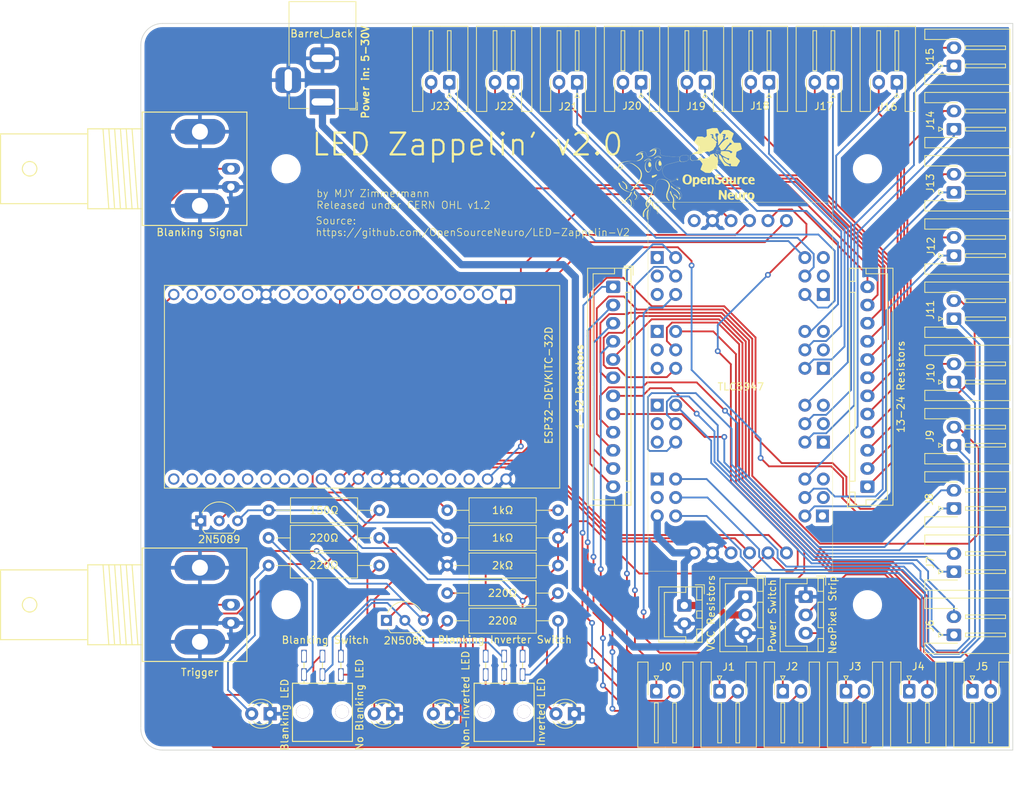
<source format=kicad_pcb>
(kicad_pcb (version 20211014) (generator pcbnew)
  (layers (0 "F.Cu" signal) (31 "B.Cu" signal) (34 "B.Paste" user) (35 "F.Paste" user) (36 "B.SilkS" user "B.Silkscreen") (37 "F.SilkS" user "F.Silkscreen") (38 "B.Mask" user) (39 "F.Mask" user) (44 "Edge.Cuts" user))
  (net 0 "")
  (net 1 "GNDREF")
  (net 2 "Net-(D1-Pad2)")
  (net 3 "Net-(D2-Pad2)")
  (net 4 "Net-(D3-Pad2)")
  (net 5 "Net-(D4-Pad2)")
  (net 6 "TLC 00")
  (net 7 "TLC 01")
  (net 8 "TLC 02")
  (net 9 "TLC 03")
  (net 10 "Net-(J27-Pad4)")
  (net 11 "TLC 04")
  (net 12 "Net-(J27-Pad5)")
  (net 13 "TLC 05")
  (net 14 "Net-(J27-Pad6)")
  (net 15 "TLC 06")
  (net 16 "Net-(J27-Pad7)")
  (net 17 "TLC 07")
  (net 18 "Net-(J27-Pad8)")
  (net 19 "TLC 08")
  (net 20 "Net-(J27-Pad9)")
  (net 21 "TLC 09")
  (net 22 "Net-(J27-Pad10)")
  (net 23 "TLC 10")
  (net 24 "TLC 11")
  (net 25 "TLC 12")
  (net 26 "TLC 13")
  (net 27 "TLC 14")
  (net 28 "TLC 15")
  (net 29 "TLC 16")
  (net 30 "TLC 17")
  (net 31 "TLC 18")
  (net 32 "Net-(J18-Pad2)")
  (net 33 "TLC 19")
  (net 34 "TLC 20")
  (net 35 "TLC 21")
  (net 36 "TLC 22")
  (net 37 "TLC 23")
  (net 38 "Trigger")
  (net 39 "NeoPixel")
  (net 40 "3.3V")
  (net 41 "VCC")
  (net 42 "Net-(J30-Pad1)")
  (net 43 "Net-(J0-Pad2)")
  (net 44 "OE")
  (net 45 "Net-(J1-Pad2)")
  (net 46 "Net-(J2-Pad2)")
  (net 47 "5V")
  (net 48 "Net-(J10-Pad2)")
  (net 49 "Net-(J11-Pad2)")
  (net 50 "Net-(J12-Pad2)")
  (net 51 "Net-(J13-Pad2)")
  (net 66 "MOSI")
  (net 71 "MISO")
  (net 72 "CLK")
  (net 73 "Latch")
  (net 82 "Net-(J14-Pad2)")
  (net 83 "Net-(J15-Pad2)")
  (net 84 "Net-(J16-Pad2)")
  (net 85 "Net-(J17-Pad2)")
  (net 86 "Net-(J19-Pad2)")
  (net 87 "Net-(J20-Pad2)")
  (net 88 "Net-(J21-Pad2)")
  (net 89 "Net-(J22-Pad2)")
  (net 90 "Net-(J23-Pad2)")
  (net 91 "Net-(Q1-Pad2)")
  (net 92 "Net-(R4-Pad2)")
  (net 93 "Net-(R5-Pad2)")
  (net 94 "Net-(R6-Pad2)")
  (net 95 "Net-(R7-Pad1)")
  (net 96 "Net-(SW1-Pad2)")
  (net 97 "Net-(Q2-Pad1)")
  (net 98 "Net-(Q2-Pad2)")
  (net 99 "Net-(SW1-Pad6)")
  (net 100 "Net-(SW1-Pad4)")
  (footprint "Maxime:maxi_DPDT_Angled" (layer "F.Cu") (at 109.2 141.55)
    (fp_text reference "SW2" hide)
    (fp_text value "Blanking Inverter Switch")
  )
  (footprint "Resistor_THT:R_Axial_DIN0309_L9.0mm_D3.2mm_P15.24mm_Horizontal" (layer "F.Cu") (at 92.02 113.55 180)
    (fp_text reference "R2")
    (fp_text value "220Ω")
  )
  (footprint "Connector_JST:JST_XH_S2B-XH-A-1_1x02_P2.50mm_Horizontal" (layer "F.Cu") (at 101.65 50.85 180)
    (fp_text reference "J23")
    (fp_text value "24")
  )
  (footprint "Connector_JST:JST_XH_B2B-XH-A_1x02_P2.50mm_Vertical" (layer "F.Cu") (at 134 122.85 -90)
    (fp_text reference "J29")
    (fp_text value "VCC Resistors")
  )
  (footprint "Package_TO_SOT_THT:TO-92L_Inline_Wide" (layer "F.Cu") (at 67.45 111.2)
    (fp_text reference "Q1")
    (fp_text value "2N5089")
  )
  (footprint "Resistor_THT:R_Axial_DIN0309_L9.0mm_D3.2mm_P15.24mm_Horizontal" (layer "F.Cu") (at 76.78 117.35)
    (fp_text reference "R1")
    (fp_text value "220Ω")
  )
  (footprint "MountingHole:MountingHole_3mm" (layer "F.Cu") (at 159.2 122.75)
    (fp_text reference "H4")
    (fp_text value "MountingHole")
  )
  (footprint "Maxime:BNC_Socket_TYCO-AMP_LargePads" (layer "F.Cu") (at 66.6 122.75 90)
    (fp_text reference "J24")
    (fp_text value "Trigger")
  )
  (footprint "Maxime:BNC_Socket_TYCO-AMP_LargePads" (layer "F.Cu") (at 66.6 62.75 90)
    (fp_text reference "J25")
    (fp_text value "Blanking Signal")
  )
  (footprint "Package_TO_SOT_THT:TO-92L_Inline_Wide" (layer "F.Cu") (at 93 124.9)
    (fp_text reference "Q2")
    (fp_text value "2N5089")
  )
  (footprint "Connector_JST:JST_XH_S2B-XH-A-1_1x02_P2.50mm_Horizontal" (layer "F.Cu") (at 154.45 50.85 180)
    (fp_text reference "J17")
    (fp_text value "18")
  )
  (footprint "Connector_JST:JST_XH_S2B-XH-A-1_1x02_P2.50mm_Horizontal" (layer "F.Cu") (at 156.25 134.65)
    (fp_text reference "J3")
    (fp_text value "04")
  )
  (footprint "Connector_JST:JST_XH_B3B-XH-A_1x03_P2.50mm_Vertical" (layer "F.Cu") (at 142.4 121.65 -90)
    (fp_text reference "SW3")
    (fp_text value "Power Switch")
  )
  (footprint "Connector_JST:JST_XH_S2B-XH-A-1_1x02_P2.50mm_Horizontal" (layer "F.Cu") (at 110.45 50.85 180)
    (fp_text reference "J22")
    (fp_text value "23")
  )
  (footprint "Connector_BarrelJack:BarrelJack_Horizontal" (layer "F.Cu") (at 84.2 53.55 -90)
    (fp_text reference "J30")
    (fp_text value "Barrel_Jack")
  )
  (footprint "Connector_JST:JST_XH_S2B-XH-A-1_1x02_P2.50mm_Horizontal" (layer "F.Cu") (at 171.1 118.2 90)
    (fp_text reference "J7")
    (fp_text value "08")
  )
  (footprint "Connector_JST:JST_XH_S2B-XH-A-1_1x02_P2.50mm_Horizontal" (layer "F.Cu") (at 171.1 92.1 90)
    (fp_text reference "J10")
    (fp_text value "11")
  )
  (footprint "Connector_JST:JST_XH_S2B-XH-A-1_1x02_P2.50mm_Horizontal" (layer "F.Cu") (at 138.85 134.65)
    (fp_text reference "J1")
    (fp_text value "02")
  )
  (footprint "Connector_JST:JST_XH_S2B-XH-A-1_1x02_P2.50mm_Horizontal" (layer "F.Cu") (at 171.1 48.6 90)
    (fp_text reference "J15")
    (fp_text value "16")
  )
  (footprint "Connector_JST:JST_XH_S2B-XH-A-1_1x02_P2.50mm_Horizontal" (layer "F.Cu") (at 147.55 134.65)
    (fp_text reference "J2")
    (fp_text value "03")
  )
  (footprint "Maxime:maxi_DPDT_Angled" (layer "F.Cu") (at 84.2 141.55)
    (fp_text reference "SW1" hide)
    (fp_text value "Blanking Switch")
  )
  (footprint "Connector_JST:JST_XH_S2B-XH-A-1_1x02_P2.50mm_Horizontal" (layer "F.Cu") (at 171.1 126.9 90)
    (fp_text reference "J6")
    (fp_text value "07")
  )
  (footprint "Connector_JST:JST_XH_S2B-XH-A-1_1x02_P2.50mm_Horizontal" (layer "F.Cu") (at 145.65 50.85 180)
    (fp_text reference "J18")
    (fp_text value "19")
  )
  (footprint "MountingHole:MountingHole_3mm" (layer "F.Cu") (at 79.2 122.75)
    (fp_text reference "H3")
    (fp_text value "MountingHole")
  )
  (footprint "Connector_JST:JST_XH_S2B-XH-A-1_1x02_P2.50mm_Horizontal" (layer "F.Cu") (at 173.65 134.65)
    (fp_text reference "J5")
    (fp_text value "06")
  )
  (footprint "Connector_JST:JST_XH_B12B-XH-A_1x12_P2.50mm_Vertical" (layer "F.Cu") (at 159.2 106.5 90)
    (fp_text reference "J28")
    (fp_text value "13-24 Resistors")
  )
  (footprint "Connector_JST:JST_XH_S2B-XH-A-1_1x02_P2.50mm_Horizontal" (layer "F.Cu") (at 130.15 134.65)
    (fp_text reference "J0")
    (fp_text value "01")
  )
  (footprint "Connector_JST:JST_XH_S2B-XH-A-1_1x02_P2.50mm_Horizontal" (layer "F.Cu") (at 163.25 50.85 180)
    (fp_text reference "J16")
    (fp_text value "17")
  )
  (footprint "LED_THT:LED_D3.0mm" (layer "F.Cu") (at 77 137.75 180)
    (fp_text reference "D1")
    (fp_text value "Blanking LED")
  )
  (footprint "Resistor_THT:R_Axial_DIN0309_L9.0mm_D3.2mm_P15.24mm_Horizontal" (layer "F.Cu") (at 101.38 113.55)
    (fp_text reference "R7")
    (fp_text value "1kΩ")
  )
  (footprint "Connector_JST:JST_XH_S2B-XH-A-1_1x02_P2.50mm_Horizontal" (layer "F.Cu") (at 171.1 83.4 90)
    (fp_text reference "J11")
    (fp_text value "12")
  )
  (footprint "Module:MODULE_ESP32-DEVKITC-32D" (layer "F.Cu") (at 89.7 92.75 -90)
    (fp_text reference "U1")
    (fp_text value "ESP32-DEVKITC-32D")
  )
  (footprint "Connector_JST:JST_XH_S2B-XH-A-1_1x02_P2.50mm_Horizontal" (layer "F.Cu") (at 171.1 74.7 90)
    (fp_text reference "J12")
    (fp_text value "13")
  )
  (footprint "Connector_JST:JST_XH_S2B-XH-A-1_1x02_P2.50mm_Horizontal" (layer "F.Cu") (at 128.05 50.85 180)
    (fp_text reference "J20")
    (fp_text value "21")
  )
  (footprint "Resistor_THT:R_Axial_DIN0309_L9.0mm_D3.2mm_P15.24mm_Horizontal" (layer "F.Cu") (at 76.8 109.75)
    (fp_text reference "R3")
    (fp_text value "150Ω")
  )
  (footprint "MountingHole:MountingHole_3mm" (layer "F.Cu") (at 79.2 62.75)
    (fp_text reference "H1")
    (fp_text value "MountingHole")
  )
  (footprint "Resistor_THT:R_Axial_DIN0309_L9.0mm_D3.2mm_P15.24mm_Horizontal" (layer "F.Cu") (at 101.38 124.95)
    (fp_text reference "R6")
    (fp_text value "220Ω")
  )
  (footprint "LED_THT:LED_D3.0mm" (layer "F.Cu") (at 93.875 137.75 180)
    (fp_text reference "D2")
    (fp_text value "No Blanking LED")
  )
  (footprint "Connector_JST:JST_XH_S2B-XH-A-1_1x02_P2.50mm_Horizontal" (layer "F.Cu") (at 171.1 100.8 90)
    (fp_text reference "J9")
    (fp_text value "10")
  )
  (footprint "Connector_JST:JST_XH_S2B-XH-A-1_1x02_P2.50mm_Horizontal" (layer "F.Cu") (at 136.85 50.85 180)
    (fp_text reference "J19")
    (fp_text value "20")
  )
  (footprint "LED_THT:LED_D3.0mm" (layer "F.Cu") (at 102 137.75 180)
    (fp_text reference "D4")
    (fp_text value "Non-Inverted LED")
  )
  (footprint "Connector_JST:JST_XH_S2B-XH-A-1_1x02_P2.50mm_Horizontal" (layer "F.Cu") (at 119.25 50.85 180)
    (fp_text reference "J21")
    (fp_text value "22")
  )
  (footprint "Maxime:Spiky 20" (layer "F.Cu") (at 133.689525 63.432943)
    (fp_text reference "")
    (fp_text value "LOGO" hide)
  )
  (footprint "Connector_JST:JST_XH_B12B-XH-A_1x12_P2.50mm_Vertical" (layer "F.Cu") (at 124.2 79 -90)
    (fp_text reference "J27")
    (fp_text value "1-12 Resistors")
  )
  (footprint "Resistor_THT:R_Axial_DIN0309_L9.0mm_D3.2mm_P15.24mm_Horizontal" (layer "F.Cu") (at 101.38 109.75)
    (fp_text reference "R4")
    (fp_text value "1kΩ")
  )
  (footprint "Connector_JST:JST_XH_S2B-XH-A-1_1x02_P2.50mm_Horizontal" (layer "F.Cu") (at 171.1 66 90)
    (fp_text reference "J13")
    (fp_text value "14")
  )
  (footprint "Connector_JST:JST_XH_B3B-XH-A_1x03_P2.50mm_Vertical" (layer "F.Cu") (at 150.7 121.65 -90)
    (fp_text reference "J26")
    (fp_text value "NeoPixel Strip")
  )
  (footprint "Maxime:Maxi_TLC5947" (layer "F.Cu") (at 141.7 92.75)
    (fp_text reference "U2")
    (fp_text value "TLC5947")
  )
  (footprint "Resistor_THT:R_Axial_DIN0309_L9.0mm_D3.2mm_P15.24mm_Horizontal" (layer "F.Cu") (at 101.38 117.35)
    (fp_text reference "R8")
    (fp_text value "2kΩ")
  )
  (footprint "Connector_JST:JST_XH_S2B-XH-A-1_1x02_P2.50mm_Horizontal" (layer "F.Cu") (at 171.1 57.3 90)
    (fp_text reference "J14")
    (fp_text value "15")
  )
  (footprint "Connector_JST:JST_XH_S2B-XH-A-1_1x02_P2.50mm_Horizontal" (layer "F.Cu") (at 164.95 134.65)
    (fp_text reference "J4")
    (fp_text value "05")
  )
  (footprint "MountingHole:MountingHole_3mm" (layer "F.Cu") (at 159.2 62.75)
    (fp_text reference "H2")
    (fp_text value "MountingHole")
  )
  (footprint "Connector_JST:JST_XH_S2B-XH-A-1_1x02_P2.50mm_Horizontal" (layer "F.Cu") (at 171.1 109.5 90)
    (fp_text reference "J8")
    (fp_text value "09")
  )
  (footprint "Resistor_THT:R_Axial_DIN0309_L9.0mm_D3.2mm_P15.24mm_Horizontal" (layer "F.Cu") (at 116.6 121.15 180)
    (fp_text reference "R5")
    (fp_text value "220Ω")
  )
  (footprint "LED_THT:LED_D3.0mm" (layer "F.Cu") (at 118.875 137.75 180)
    (fp_text reference "D3")
    (fp_text value "Inverted LED")
  )
  (gr_arc (start 59.2 45.75) (mid 60.07868 43.62868) (end 62.2 42.75) (layer "Edge.Cuts") (width 0.1))
  (gr_line (start 179.2 142.75) (end 62.2 142.75) (layer "Edge.Cuts") (width 0.1))
  (gr_line (start 62.2 42.75) (end 179.2 42.75) (layer "Edge.Cuts") (width 0.1))
  (gr_arc (start 62.2 142.75) (mid 60.07868 141.87132) (end 59.2 139.75) (layer "Edge.Cuts") (width 0.1))
  (gr_line (start 59.2 139.65) (end 59.2 45.75) (layer "Edge.Cuts") (width 0.1))
  (gr_line (start 179.2 42.75) (end 179.2 142.75) (layer "Edge.Cuts") (width 0.1))
  (gr_text "Power in: 5-30V" (at 90.1 49.45 90) (layer "F.SilkS") (effects (font (size 1 1) (thickness 0.2))))
  (gr_text "LED Zappelin' v2.0" (at 104.15 59.4) (layer "F.SilkS") (effects (font (size 3 3) (thickness 0.3))))
  (gr_text "by MJY Zimmermann\nReleased under CERN OHL v1.2" (at 83.3 66.95) (layer "F.SilkS") (effects (font (size 1 1) (thickness 0.1)) (justify left)))
  (gr_text "Source:\nhttps://github.com/OpenSourceNeuro/LED-Zappelin-V2" (at 83.2 70.7) (layer "F.SilkS") (effects (font (size 1 1) (thickness 0.1)) (justify left)))
  (segment (start 71.2 134.49) (end 74.46 137.75) (width 0.25) (layer "B.Cu") (net 2))
  (segment (start 74.9 126.95) (end 71.2 130.65) (width 0.25) (layer "B.Cu") (net 2))
  (segment (start 71.2 130.65) (end 71.2 134.49) (width 0.25) (layer "B.Cu") (net 2))
  (segment (start 76.78 117.35) (end 74.9 119.23) (width 0.25) (layer "B.Cu") (net 2))
  (segment (start 74.9 119.23) (end 74.9 126.95) (width 0.25) (layer "B.Cu") (net 2))
  (segment (start 94.3 115.83) (end 94.3 119.07) (width 0.25) (layer "F.Cu") (net 3))
  (segment (start 92.02 113.55) (end 94.3 115.83) (width 0.25) (layer "F.Cu") (net 3))
  (segment (start 91.335 137.75) (end 91.335 122.035) (width 0.25) (layer "F.Cu") (net 3))
  (segment (start 91.335 122.035) (end 94.3 119.07) (width 0.25) (layer "F.Cu") (net 3))
  (segment (start 116.6 121.15) (end 115.1 122.65) (width 0.25) (layer "F.Cu") (net 4))
  (segment (start 115.1 136.515) (end 115.1 136.15) (width 0.25) (layer "F.Cu") (net 4))
  (segment (start 116.335 137.75) (end 115.1 136.515) (width 0.25) (layer "F.Cu") (net 4))
  (segment (start 115.1 122.65) (end 115.1 136.15) (width 0.25) (layer "F.Cu") (net 4))
  (segment (start 99.46 137.75) (end 99.46 126.87) (width 0.25) (layer "F.Cu") (net 5))
  (segment (start 99.46 126.87) (end 101.38 124.95) (width 0.25) (layer "F.Cu") (net 5))
  (segment (start 126.1 128.95) (end 130.15 133) (width 0.25) (layer "F.Cu") (net 6))
  (segment (start 126.1 118.45) (end 126.1 128.95) (width 0.25) (layer "F.Cu") (net 6))
  (segment (start 130.15 133) (end 130.15 134.65) (width 0.25) (layer "F.Cu") (net 6))
  (via (at 126.1 118.45) (size 0.8) (drill 0.4) (layers "F.Cu" "B.Cu") (net 6))
  (segment (start 129.662978 73.15) (end 130.99 73.15) (width 0.25) (layer "B.Cu") (net 6))
  (segment (start 126.1 76.712978) (end 129.662978 73.15) (width 0.25) (layer "B.Cu") (net 6))
  (segment (start 130.99 73.15) (end 132.81 74.97) (width 0.25) (layer "B.Cu") (net 6))
  (segment (start 126.1 118.45) (end 126.1 76.712978) (width 0.25) (layer "B.Cu") (net 6))
  (segment (start 127.2 128.45) (end 127.2 120.75) (width 0.25) (layer "F.Cu") (net 7))
  (segment (start 129.4 130.65) (end 127.2 128.45) (width 0.25) (layer "F.Cu") (net 7))
  (segment (start 136.5 130.65) (end 138.85 133) (width 0.25) (layer "F.Cu") (net 7))
  (segment (start 138.85 133) (end 138.85 134.65) (width 0.25) (layer "F.Cu") (net 7))
  (segment (start 136.5 130.65) (end 129.4 130.65) (width 0.25) (layer "F.Cu") (net 7))
  (via (at 127.2 120.75) (size 0.8) (drill 0.4) (layers "F.Cu" "B.Cu") (net 7))
  (segment (start 131.55 76.25) (end 132.81 77.51) (width 0.25) (layer "B.Cu") (net 7))
  (segment (start 129.813835 76.25) (end 131.55 76.25) (width 0.25) (layer "B.Cu") (net 7))
  (segment (start 127.2 78.863835) (end 129.813835 76.25) (width 0.25) (layer "B.Cu") (net 7))
  (segment (start 127.2 120.75) (end 127.2 78.863835) (width 0.25) (layer "B.Cu") (net 7))
  (segment (start 143.9 129.35) (end 147.55 133) (width 0.25) (layer "F.Cu") (net 8))
  (segment (start 128.4 123.75) (end 128.4 127.15) (width 0.25) (layer "F.Cu") (net 8))
  (segment (start 128.4 127.15) (end 130.6 129.35) (width 0.25) (layer "F.Cu") (net 8))
  (segment (start 147.55 133) (end 147.55 134.65) (width 0.25) (layer "F.Cu") (net 8))
  (segment (start 130.6 129.35) (end 143.9 129.35) (width 0.25) (layer "F.Cu") (net 8))
  (via (at 128.4 123.75) (size 0.8) (drill 0.4) (layers "F.Cu" "B.Cu") (net 8))
  (segment (start 128.4 82.65) (end 129.2 81.85) (width 0.25) (layer "B.Cu") (net 8))
  (segment (start 128.4 123.75) (end 128.4 82.65) (width 0.25) (layer "B.Cu") (net 8))
  (segment (start 131.01 81.85) (end 132.81 80.05) (width 0.25) (layer "B.Cu") (net 8))
  (segment (start 129.2 81.85) (end 131.01 81.85) (width 0.25) (layer "B.Cu") (net 8))
  (segment (start 137.98 85.13) (end 132.81 85.13) (width 0.25) (layer "F.Cu") (net 9))
  (segment (start 150.5 115.35) (end 141.1 105.95) (width 0.25) (layer "F.Cu") (net 9))
  (segment (start 141.1 105.95) (end 141.1 88.25) (width 0.25) (layer "F.Cu") (net 9))
  (segment (start 147.4 121.35) (end 150.5 118.25) (width 0.25) (layer "F.Cu") (net 9))
  (segment (start 147.4 127.75) (end 147.4 121.35) (width 0.25) (layer "F.Cu") (net 9))
  (segment (start 153 129.75) (end 156.25 133) (width 0.25) (layer "F.Cu") (net 9))
  (segment (start 153 129.75) (end 149.4 129.75) (width 0.25) (layer "F.Cu") (net 9))
  (segment (start 149.4 129.75) (end 147.4 127.75) (width 0.25) (layer "F.Cu") (net 9))
  (segment (start 150.5 118.25) (end 150.5 115.35) (width 0.25) (layer "F.Cu") (net 9))
  (segment (start 141.1 88.25) (end 137.98 85.13) (width 0.25) (layer "F.Cu") (net 9))
  (segment (start 156.25 133) (end 156.25 134.65) (width 0.25) (layer "F.Cu") (net 9))
  (segment (start 124.1 137.05) (end 124.4 137.35) (width 0.25) (layer "F.Cu") (net 10))
  (segment (start 124.4 137.35) (end 156.05 137.35) (width 0.25) (layer "F.Cu") (net 10))
  (segment (start 124.1 129.25) (end 124.1 124.35) (width 0.25) (layer "F.Cu") (net 10))
  (segment (start 122.5 122.75) (end 122.5 117.85) (width 0.25) (layer "F.Cu") (net 10))
  (segment (start 156.05 137.35) (end 158.75 134.65) (width 0.25) (layer "F.Cu") (net 10))
  (segment (start 124.1 124.35) (end 122.5 122.75) (width 0.25) (layer "F.Cu") (net 10))
  (via (at 122.5 117.85) (size 0.8) (drill 0.4) (layers "F.Cu" "B.Cu") (net 10))
  (via (at 124.1 129.25) (size 0.8) (drill 0.4) (layers "F.Cu" "B.Cu") (net 10))
  (via (at 124.1 137.05) (size 0.8) (drill 0.4) (layers "F.Cu" "B.Cu") (net 10))
  (segment (start 122.5 117.85) (end 122.5 88.2) (width 0.25) (layer "B.Cu") (net 10))
  (segment (start 122.5 88.2) (end 124.2 86.5) (width 0.25) (layer "B.Cu") (net 10))
  (segment (start 124.1 137.05) (end 124.1 129.25) (width 0.25) (layer "B.Cu") (net 10))
  (segment (start 141.54952 105.763802) (end 153.912843 118.127124) (width 0.25) (layer "F.Cu") (net 11))
  (segment (start 132.81 87.67) (end 131.596489 86.456489) (width 0.25) (layer "F.Cu") (net 11))
  (segment (start 138.566489 83.916489) (end 141.54952 86.89952) (width 0.25) (layer "F.Cu") (net 11))
  (segment (start 131.596489 84.627346) (end 132.307346 83.916489) (width 0.25) (layer "F.Cu") (net 11))
  (segment (start 141.54952 86.89952) (end 141.54952 105.763802) (width 0.25) (layer "F.Cu") (net 11))
  (segment (start 153.912843 118.127124) (end 161.8 118.127124) (width 0.25) (layer "F.Cu") (net 11))
  (segment (start 132.307346 83.916489) (end 138.566489 83.916489) (width 0.25) (layer "F.Cu") (net 11))
  (segment (start 161.8 118.127124) (end 164.95 121.277124) (width 0.25) (layer "F.Cu") (net 11))
  (segment (start 164.95 121.277124) (end 164.95 134.65) (width 0.25) (layer "F.Cu") (net 11))
  (segment (start 131.596489 86.456489) (end 131.596489 84.627346) (width 0.25) (layer "F.Cu") (net 11))
  (segment (start 129.506009 83.466969) (end 138.752687 83.466969) (width 0.25) (layer "F.Cu") (net 12))
  (segment (start 141.99904 86.713322) (end 141.99904 105.577604) (width 0.25) (layer "F.Cu") (net 12))
  (segment (start 166.5 122.085718) (end 166.5 132.05) (width 0.25) (layer "F.Cu") (net 12))
  (segment (start 154.09904 117.677604) (end 162.091886 117.677604) (width 0.25) (layer "F.Cu") (net 12))
  (segment (start 166.5 132.05) (end 167.45 133) (width 0.25) (layer "F.Cu") (net 12))
  (segment (start 162.091886 117.677604) (end 166.5 122.085718) (width 0.25) (layer "F.Cu") (net 12))
  (segment (start 167.45 133) (end 167.45 134.65) (width 0.25) (layer "F.Cu") (net 12))
  (segment (start 124.2 88.772978) (end 129.506009 83.466969) (width 0.25) (layer "F.Cu") (net 12))
  (segment (start 124.2 89) (end 124.2 88.772978) (width 0.25) (layer "F.Cu") (net 12))
  (segment (start 138.752687 83.466969) (end 141.99904 86.713322) (width 0.25) (layer "F.Cu") (net 12))
  (segment (start 141.99904 105.577604) (end 154.09904 117.677604) (width 0.25) (layer "F.Cu") (net 12))
  (segment (start 125.47548 85.32548) (end 123.588498 85.32548) (width 0.25) (layer "F.Cu") (net 13))
  (segment (start 122.90048 89.75048) (end 123.32452 90.17452) (width 0.25) (layer "F.Cu") (net 13))
  (segment (start 162.278084 117.228084) (end 154.285238 117.228084) (width 0.25) (layer "F.Cu") (net 13))
  (segment (start 131.596489 91.423511) (end 132.81 90.21) (width 0.25) (layer "F.Cu") (net 13))
  (segment (start 167 129.25) (end 167 121.95) (width 0.25) (layer "F.Cu") (net 13))
  (segment (start 138.938885 83.017449) (end 127.783511 83.017449) (width 0.25) (layer "F.Cu") (net 13))
  (segment (start 124.82452 90.17452) (end 126.073511 91.423511) (width 0.25) (layer "F.Cu") (net 13))
  (segment (start 170.75 133) (end 167 129.25) (width 0.25) (layer "F.Cu") (net 13))
  (segment (start 154.285238 117.228084) (end 142.44856 105.391406) (width 0.25) (layer "F.Cu") (net 13))
  (segment (start 173.65 134.65) (end 173.65 133.8) (width 0.25) (layer "F.Cu") (net 13))
  (segment (start 126.073511 91.423511) (end 131.596489 91.423511) (width 0.25) (layer "F.Cu") (net 13))
  (segment (start 167 121.95) (end 162.278084 117.228084) (width 0.25) (layer "F.Cu") (net 13))
  (segment (start 142.44856 105.391406) (end 142.44856 86.527124) (width 0.25) (layer "F.Cu") (net 13))
  (segment (start 127.783511 83.017449) (end 125.47548 85.32548) (width 0.25) (layer "F.Cu") (net 13))
  (segment (start 123.588498 85.32548) (end 122.90048 86.013498) (width 0.25) (layer "F.Cu") (net 13))
  (segment (start 122.90048 86.013498) (end 122.90048 89.75048) (width 0.25) (layer "F.Cu") (net 13))
  (segment (start 172.85 133) (end 170.75 133) (width 0.25) (layer "F.Cu") (net 13))
  (segment (start 173.65 133.8) (end 172.85 133) (width 0.25) (layer "F.Cu") (net 13))
  (segment (start 142.44856 86.527124) (end 138.938885 83.017449) (width 0.25) (layer "F.Cu") (net 13))
  (segment (start 123.32452 90.17452) (end 124.82452 90.17452) (width 0.25) (layer "F.Cu") (net 13))
  (segment (start 139.125083 82.567929) (end 142.89808 86.340927) (width 0.25) (layer "F.Cu") (net 14))
  (segment (start 123.225 91.5) (end 122.45096 90.72596) (width 0.25) (layer "F.Cu") (net 14))
  (segment (start 167.5 127.95) (end 168.9 129.35) (width 0.25) (layer "F.Cu") (net 14))
  (segment (start 126.382071 82.567929) (end 139.125083 82.567929) (width 0.25) (layer "F.Cu") (net 14))
  (segment (start 122.45096 83.963018) (end 123.663978 82.75) (width 0.25) (layer "F.Cu") (net 14))
  (segment (start 122.45096 90.72596) (end 122.45096 83.963018) (width 0.25) (layer "F.Cu") (net 14))
  (segment (start 154.471436 116.778564) (end 162.628564 116.778564) (width 0.25) (layer "F.Cu") (net 14))
  (segment (start 162.628564 116.778564) (end 167.5 121.65) (width 0.25) (layer "F.Cu") (net 14))
  (segment (start 172.5 129.35) (end 176.15 133) (width 0.25) (layer "F.Cu") (net 14))
  (segment (start 176.15 134.65) (end 176.15 133) (width 0.25) (layer "F.Cu") (net 14))
  (segment (start 168.9 129.35) (end 172.5 129.35) (width 0.25) (layer "F.Cu") (net 14))
  (segment (start 123.663978 82.75) (end 126.2 82.75) (width 0.25) (layer "F.Cu") (net 14))
  (segment (start 124.2 91.5) (end 123.225 91.5) (width 0.25) (layer "F.Cu") (net 14))
  (segment (start 126.2 82.75) (end 126.382071 82.567929) (width 0.25) (layer "F.Cu") (net 14))
  (segment (start 142.89808 86.340927) (end 142.89808 105.205208) (width 0.25) (layer "F.Cu") (net 14))
  (segment (start 167.5 121.65) (end 167.5 127.95) (width 0.25) (layer "F.Cu") (net 14))
  (segment (start 142.89808 105.205208) (end 154.471436 116.778564) (width 0.25) (layer "F.Cu") (net 14))
  (segment (start 137.7 103.25) (end 151.500002 117.05) (width 0.25) (layer "B.Cu") (net 15))
  (segment (start 166.5 119.15) (end 168.02548 120.67548) (width 0.25) (layer "B.Cu") (net 15))
  (segment (start 132.81 95.29) (end 137.7 100.18) (width 0.25) (layer "B.Cu") (net 15))
  (segment (start 166.5 118.15) (end 166.5 119.15) (width 0.25) (layer "B.Cu") (net 15))
  (segment (start 165.4 117.05) (end 166.5 118.15) (width 0.25) (layer "B.Cu") (net 15))
  (segment (start 171.1 126.9) (end 169.35 126.9) (width 0.25) (layer "B.Cu") (net 15))
  (segment (start 168.02548 125.57548) (end 169.35 126.9) (width 0.25) (layer "B.Cu") (net 15))
  (segment (start 151.500002 117.05) (end 165.4 117.05) (width 0.25) (layer "B.Cu") (net 15))
  (segment (start 168.02548 120.67548) (end 168.02548 125.57548) (width 0.25) (layer "B.Cu") (net 15))
  (segment (start 137.7 100.18) (end 137.7 103.25) (width 0.25) (layer "B.Cu") (net 15))
  (segment (start 129.3 92.95) (end 132.2 92.95) (width 0.25) (layer "F.Cu") (net 16))
  (segment (start 132.2 92.95) (end 135.7 96.45) (width 0.25) (layer "F.Cu") (net 16))
  (segment (start 124.2 94) (end 128.25 94) (width 0.25) (layer "F.Cu") (net 16))
  (segment (start 128.25 94) (end 129.3 92.95) (width 0.25) (layer "F.Cu") (net 16))
  (via (at 135.7 96.45) (size 0.8) (drill 0.4) (layers "F.Cu" "B.Cu") (net 16))
  (segment (start 135.7 96.45) (end 138.14952 98.89952) (width 0.25) (layer "B.Cu") (net 16))
  (segment (start 138.14952 103.063802) (end 151.685239 116.59952) (width 0.25) (layer "B.Cu") (net 16))
  (segment (start 171.1 124.4) (end 171.1 122.95) (width 0.25) (layer "B.Cu") (net 16))
  (segment (start 151.685239 116.59952) (end 166 116.59952) (width 0.25) (layer "B.Cu") (net 16))
  (segment (start 167.55 118.14952) (end 167.55 119.4) (width 0.25) (layer "B.Cu") (net 16))
  (segment (start 138.14952 98.89952) (end 138.14952 103.063802) (width 0.25) (layer "B.Cu") (net 16))
  (segment (start 171.1 122.95) (end 169.35 121.2) (width 0.25) (layer "B.Cu") (net 16))
  (segment (start 166 116.59952) (end 167.55 118.14952) (width 0.25) (layer "B.Cu") (net 16))
  (segment (start 167.55 119.4) (end 169.35 121.2) (width 0.25) (layer "B.Cu") (net 16))
  (segment (start 167.3 116.15) (end 169.35 118.2) (width 0.25) (layer "B.Cu") (net 17))
  (segment (start 132.81 97.83) (end 131.596489 96.616489) (width 0.25) (layer "B.Cu") (net 17))
  (segment (start 138.59904 98.04904) (end 138.59904 102.877604) (width 0.25) (layer "B.Cu") (net 17))
  (segment (start 134.626489 94.076489) (end 138.59904 98.04904) (width 0.25) (layer "B.Cu") (net 17))
  (segment (start 171.1 118.2) (end 169.35 118.2) (width 0.25) (layer "B.Cu") (net 17))
  (segment (start 138.59904 102.877604) (end 151.871436 116.15) (width 0.25) (layer "B.Cu") (net 17))
  (segment (start 151.871436 116.15) (end 167.3 116.15) (width 0.25) (layer "B.Cu") (net 17))
  (segment (start 131.596489 96.616489) (end 131.596489 94.787346) (width 0.25) (layer "B.Cu") (net 17))
  (segment (start 132.307346 94.076489) (end 134.626489 94.076489) (width 0.25) (layer "B.Cu") (net 17))
  (segment (start 131.596489 94.787346) (end 132.307346 94.076489) (width 0.25) (layer "B.Cu") (net 17))
  (segment (start 136.8 99.65) (end 133.653511 96.503511) (width 0.25) (layer "F.Cu") (net 18))
  (segment (start 124.203511 96.503511) (end 124.2 96.5) (width 0.25) (layer "F.Cu") (net 18))
  (segment (start 133.653511 96.503511) (end 124.203511 96.503511) (width 0.25) (layer "F.Cu") (net 18))
  (segment (start 139.5 99.65) (end 136.8 99.65) (width 0.25) (layer "F.Cu") (net 18))
  (via (at 139.5 99.65) (size 0.8) (drill 0.4) (layers "F.Cu" "B.Cu") (net 18))
  (segment (start 139.5 103.142846) (end 139.5 99.65) (width 0.25) (layer "B.Cu") (net 18))
  (segment (start 152.057154 115.7) (end 139.5 103.142846) (width 0.25) (layer "B.Cu") (net 18))
  (segment (start 171.1 115.7) (end 152.057154 115.7) (width 0.25) (layer "B.Cu") (net 18))
  (segment (start 171.1 109.5) (end 169.35 109.5) (width 0.25) (layer "B.Cu") (net 19))
  (segment (start 140.5 98.55) (end 135.576969 93.626969) (width 0.25) (layer "B.Cu") (net 19))
  (segment (start 152.30048 115.25048) (end 140.5 103.45) (width 0.25) (layer "B.Cu") (net 19))
  (segment (start 129.506009 93.626969) (end 129 94.132978) (width 0.25) (layer "B.Cu") (net 19))
  (segment (start 135.576969 93.626969) (end 129.506009 93.626969) (width 0.25) (layer "B.Cu") (net 19))
  (segment (start 169.35 109.5) (end 163.59952 115.25048) (width 0.25) (layer "B.Cu") (net 19))
  (segment (start 131.596489 101.583511) (end 132.81 100.37) (width 0.25) (layer "B.Cu") (net 19))
  (segment (start 129 94.132978) (end 129 101.35) (width 0.25) (layer "B.Cu") (net 19))
  (segment (start 129.233511 101.583511) (end 131.596489 101.583511) (width 0.25) (layer "B.Cu") (net 19))
  (segment (start 163.59952 115.25048) (end 152.30048 115.25048) (width 0.25) (layer "B.Cu") (net 19))
  (segment (start 129 101.35) (end 129.233511 101.583511) (width 0.25) (layer "B.Cu") (net 19))
  (segment (start 140.5 103.45) (end 140.5 98.55) (width 0.25) (layer "B.Cu") (net 19))
  (segment (start 122.4 94.013978) (end 123.588498 92.82548) (width 0.25) (layer "F.Cu") (net 20))
  (segment (start 135.7 92.15) (end 139.6 96.05) (width 0.25) (layer "F.Cu") (net 20))
  (segment (start 128.22452 92.82548) (end 128.9 92.15) (width 0.25) (layer "F.Cu") (net 20))
  (segment (start 128.9 92.15) (end 135.7 92.15) (width 0.25) (layer "F.Cu") (net 20))
  (segment (start 122.4 97.2) (end 122.4 94.013978) (width 0.25) (layer "F.Cu") (net 20))
  (segment (start 123.588498 92.82548) (end 128.22452 92.82548) (width 0.25) (layer "F.Cu") (net 20))
  (segment (start 124.2 99) (end 122.4 97.2) (width 0.25) (layer "F.Cu") (net 20))
  (via (at 139.6 96.05) (size 0.8) (drill 0.4) (layers "F.Cu" "B.Cu") (net 20))
  (segment (start 152.486678 114.80096) (end 161.54904 114.80096) (width 0.25) (layer "B.Cu") (net 20))
  (segment (start 139.6 96.05) (end 141.3 97.75) (width 0.25) (layer "B.Cu") (net 20))
  (segment (start 161.54904 114.80096) (end 169.35 107) (width 0.25) (layer "B.Cu") (net 20))
  (segment (start 171.1 107) (end 169.35 107) (width 0.25) (layer "B.Cu") (net 20))
  (segment (start 141.3 103.614282) (end 152.486678 114.80096) (width 0.25) (layer "B.Cu") (net 20))
  (segment (start 141.3 97.75) (end 141.3 103.614282) (width 0.25) (layer "B.Cu") (net 20))
  (segment (start 137.066165 105.45) (end 146.836489 115.220324) (width 0.25) (layer "B.Cu") (net 21))
  (segment (start 146.836489 116.286489) (end 148.04952 117.49952) (width 0.25) (layer "B.Cu") (net 21))
  (segment (start 146.836489 115.220324) (end 146.836489 116.286489) (width 0.25) (layer "B.Cu") (net 21))
  (segment (start 132.81 105.45) (end 137.066165 105.45) (width 0.25) (layer "B.Cu") (net 21))
  (segment (start 173.2 127.4) (end 173.2 102.9) (width 0.25) (layer "B.Cu") (net 21))
  (segment (start 167.57596 120.861678) (end 167.57596 128.02596) (width 0.25) (layer "B.Cu") (net 21))
  (segment (start 167.57596 128.02596) (end 168.6 129.05) (width 0.25) (layer "B.Cu") (net 21))
  (segment (start 164.213802 117.49952) (end 167.57596 120.861678) (width 0.25) (layer "B.Cu") (net 21))
  (segment (start 168.6 129.05) (end 171.55 129.05) (width 0.25) (layer "B.Cu") (net 21))
  (segment (start 171.55 129.05) (end 173.2 127.4) (width 0.25) (layer "B.Cu") (net 21))
  (segment (start 173.2 102.9) (end 171.1 100.8) (width 0.25) (layer "B.Cu") (net 21))
  (segment (start 148.04952 117.49952) (end 164.213802 117.49952) (width 0.25) (layer "B.Cu") (net 21))
  (segment (start 143.3476 86.15473) (end 143.3476 105.01901) (width 0.25) (layer "F.Cu") (net 22))
  (segment (start 171.65 98.3) (end 171.1 98.3) (width 0.25) (layer "F.Cu") (net 22))
  (segment (start 124.2 101.5) (end 121.95048 99.25048) (width 0.25) (layer "F.Cu") (net 22))
  (segment (start 121.95048 99.25048) (end 121.95048 81.963498) (width 0.25) (layer "F.Cu") (net 22))
  (segment (start 174.5 101.15) (end 171.65 98.3) (width 0.25) (layer "F.Cu") (net 22))
  (segment (start 123.588498 80.32548) (end 125.67548 80.32548) (width 0.25) (layer "F.Cu") (net 22))
  (segment (start 139.311281 82.118409) (end 143.3476 86.15473) (width 0.25) (layer "F.Cu") (net 22))
  (segment (start 127.468409 82.118409) (end 139.311281 82.118409) (width 0.25) (layer "F.Cu") (net 22))
  (segment (start 174.5 112.95) (end 174.5 101.15) (width 0.25) (layer "F.Cu") (net 22))
  (segment (start 173.1 114.35) (end 174.5 112.95) (width 0.25) (layer "F.Cu") (net 22))
  (segment (start 125.67548 80.32548) (end 127.468409 82.118409) (width 0.25) (layer "F.Cu") (net 22))
  (segment (start 152.67859 114.35) (end 173.1 114.35) (width 0.25) (layer "F.Cu") (net 22))
  (segment (start 121.95048 81.963498) (end 123.588498 80.32548) (width 0.25) (layer "F.Cu") (net 22))
  (segment (start 143.3476 105.01901) (end 152.67859 114.35) (width 0.25) (layer "F.Cu") (net 22))
  (segment (start 144.296489 116.146489) (end 146.09904 117.94904) (width 0.25) (layer "B.Cu") (net 23))
  (segment (start 174 95) (end 171.1 92.1) (width 0.25) (layer "B.Cu") (net 23))
  (segment (start 144.296489 115.107346) (end 144.296489 116.146489) (width 0.25) (layer "B.Cu") (net 23))
  (segment (start 174 127.3) (end 174 95) (width 0.25) (layer "B.Cu") (net 23))
  (segment (start 168.413803 129.49952) (end 171.80048 129.49952) (width 0.25) (layer "B.Cu") (net 23))
  (segment (start 167.114282 128.199999) (end 168.413803 129.49952) (width 0.25) (layer "B.Cu") (net 23))
  (segment (start 164.027604 117.94904) (end 167.114282 121.035718) (width 0.25) (layer "B.Cu") (net 23))
  (segment (start 146.09904 117.94904) (end 164.027604 117.94904) (width 0.25) (layer "B.Cu") (net 23))
  (segment (start 132.81 107.99) (end 137.179143 107.99) (width 0.25) (layer "B.Cu") (net 23))
  (segment (start 167.114282 121.035718) (end 167.114282 128.199999) (width 0.25) (layer "B.Cu") (net 23))
  (segment (start 137.179143 107.99) (end 144.296489 115.107346) (width 0.25) (layer "B.Cu") (net 23))
  (segment (start 171.80048 129.49952) (end 174 127.3) (width 0.25) (layer "B.Cu") (net 23))
  (segment (start 132.81 110.53) (end 137.066165 110.53) (width 0.25) (layer "B.Cu") (net 24))
  (segment (start 166.664762 121.514762) (end 166.664762 128.386196) (width 0.25) (layer "B.Cu") (net 24))
  (segment (start 137.066165 110.53) (end 141.756489 115.220324) (width 0.25) (layer "B.Cu") (net 24))
  (segment (start 168.228566 129.95) (end 172 129.95) (width 0.25) (layer "B.Cu") (net 24))
  (segment (start 141.756489 115.220324) (end 141.756489 116.112654) (width 0.25) (layer "B.Cu") (net 24))
  (segment (start 174.65 127.3) (end 174.65 86.95) (width 0.25) (layer "B.Cu") (net 24))
  (segment (start 144.042394 118.39856) (end 163.54856 118.39856) (width 0.25) (layer "B.Cu") (net 24))
  (segment (start 172 129.95) (end 174.65 127.3) (width 0.25) (layer "B.Cu") (net 24))
  (segment (start 163.54856 118.39856) (end 166.664762 121.514762) (width 0.25) (layer "B.Cu") (net 24))
  (segment (start 166.664762 128.386196) (end 168.228566 129.95) (width 0.25) (layer "B.Cu") (net 24))
  (segment (start 141.756489 116.112654) (end 144.042394 118.39856) (width 0.25) (layer "B.Cu") (net 24))
  (segment (start 174.65 86.95) (end 171.1 83.4) (width 0.25) (layer "B.Cu") (net 24))
  (segment (start 159.582206 109.203511) (end 161.74952 107.036197) (width 0.25) (layer "B.Cu") (net 25))
  (segment (start 161.74952 82.30048) (end 169.35 74.7) (width 0.25) (layer "B.Cu") (net 25))
  (segment (start 161.74952 107.036197) (end 161.74952 82.30048) (width 0.25) (layer "B.Cu") (net 25))
  (segment (start 150.59 110.53) (end 151.916489 109.203511) (width 0.25) (layer "B.Cu") (net 25))
  (segment (start 151.916489 109.203511) (end 159.582206 109.203511) (width 0.25) (layer "B.Cu") (net 25))
  (segment (start 169.35 74.7) (end 171.1 74.7) (width 0.25) (layer "B.Cu") (net 25))
  (segment (start 153.632654 106.776489) (end 154.706165 107.85) (width 0.25) (layer "B.Cu") (net 26))
  (segment (start 160.3 107.85) (end 161.3 106.85) (width 0.25) (layer "B.Cu") (net 26))
  (segment (start 171.1 66) (end 169.35 66) (width 0.25) (layer "B.Cu") (net 26))
  (segment (start 154.706165 107.85) (end 160.3 107.85) (width 0.25) (layer "B.Cu") (net 26))
  (segment (start 161.3 106.85) (end 161.3 74.05) (width 0.25) (layer "B.Cu") (net 26))
  (segment (start 150.59 107.99) (end 151.803511 106.776489) (width 0.25) (layer "B.Cu") (net 26))
  (segment (start 151.803511 106.776489) (end 153.632654 106.776489) (width 0.25) (layer "B.Cu") (net 26))
  (segment (start 161.3 74.05) (end 169.35 66) (width 0.25) (layer "B.Cu") (net 26))
  (segment (start 171.1 58.2452) (end 157.8476 71.4976) (width 0.25) (layer "B.Cu") (net 27))
  (segment (start 171.1 57.3) (end 171.1 58.2452) (width 0.25) (layer "B.Cu") (net 27))
  (segment (start 157.8476 71.4976) (end 157.8476 98.1924) (width 0.25) (layer "B.Cu") (net 27))
  (segment (start 157.8476 98.1924) (end 150.59 105.45) (width 0.25) (layer "B.Cu") (net 27))
  (segment (start 169.35 48.6) (end 171.1 48.6) (width 0.25) (layer "B.Cu") (net 28))
  (segment (start 151.803511 99.156489) (end 153.519676 99.156489) (width 0.25) (layer "B.Cu") (net 28))
  (segment (start 165.6 52.35) (end 169.35 48.6) (width 0.25) (layer "B.Cu") (net 28))
  (segment (start 153.519676 99.156489) (end 157.39808 95.278085) (width 0.25) (layer "B.Cu") (net 28))
  (segment (start 157.39808 70.45192) (end 165.6 62.25) (width 0.25) (layer "B.Cu") (net 28))
  (segment (start 165.6 62.25) (end 165.6 52.35) (width 0.25) (layer "B.Cu") (net 28))
  (segment (start 150.59 100.37) (end 151.803511 99.156489) (width 0.25) (layer "B.Cu") (net 28))
  (segment (start 157.39808 95.278085) (end 157.39808 70.45192) (width 0.25) (layer "B.Cu") (net 28))
  (segment (start 153.519676 96.616489) (end 151.803511 96.616489) (width 0.25) (layer "B.Cu") (net 29))
  (segment (start 151.803511 96.616489) (end 150.59 97.83) (width 0.25) (layer "B.Cu") (net 29))
  (segment (start 154.89952 68.24952) (end 156.94856 70.29856) (width 0.25) (layer "B.Cu") (net 29))
  (segment (start 156.94856 93.187605) (end 153.519676 96.616489) (width 0.25) (layer "B.Cu") (net 29))
  (segment (start 163.25 52.6) (end 154.89952 60.95048) (width 0.25) (layer "B.Cu") (net 29))
  (segment (start 163.25 52.6) (end 163.25 50.85) (width 0.25) (layer "B.Cu") (net 29))
  (segment (start 156.94856 70.29856) (end 156.94856 93.187605) (width 0.25) (layer "B.Cu") (net 29))
  (segment (start 154.89952 60.95048) (end 154.89952 68.24952) (width 0.25) (layer "B.Cu") (net 29))
  (segment (start 150.59 95.29) (end 156.49904 89.38096) (width 0.25) (layer "B.Cu") (net 30))
  (segment (start 156.49904 70.84904) (end 154.45 68.8) (width 0.25) (layer "B.Cu") (net 30))
  (segment (start 156.49904 89.38096) (end 156.49904 70.84904) (width 0.25) (layer "B.Cu") (net 30))
  (segment (start 154.45 68.8) (end 154.45 50.85) (width 0.25) (layer "B.Cu") (net 30))
  (segment (start 156.04952 71.09952) (end 145.65 60.7) (width 0.25) (layer "B.Cu") (net 31))
  (segment (start 156.04952 87.20048) (end 156.04952 71.09952) (width 0.25) (layer "B.Cu") (net 31))
  (segment (start 151.803511 88.996489) (end 154.253511 88.996489) (width 0.25) (layer "B.Cu") (net 31))
  (segment (start 150.59 90.21) (end 151.803511 88.996489) (width 0.25) (layer "B.Cu") (net 31))
  (segment (start 154.253511 88.996489) (end 156.04952 87.20048) (width 0.25) (layer "B.Cu") (net 31))
  (segment (start 145.65 60.7) (end 145.65 50.85) (width 0.25) (layer "B.Cu") (net 31))
  (segment (start 159.2 91.5) (end 162.44952 88.25048) (width 0.25) (layer "F.Cu") (net 32))
  (segment (start 162.44952 88.25048) (end 162.44952 75.792367) (width 0.25) (layer "F.Cu") (net 32))
  (segment (start 162.44952 75.792367) (end 143.15 56.492847) (width 0.25) (layer "F.Cu") (net 32))
  (segment (start 143.15 56.492847) (end 143.15 50.85) (width 0.25) (layer "F.Cu") (net 32))
  (segment (start 153.519676 86.456489) (end 151.803511 86.456489) (width 0.25) (layer "B.Cu") (net 33))
  (segment (start 155.6 71.35) (end 155.6 84.376165) (width 0.25) (layer "B.Cu") (net 33))
  (segment (start 136.85 52.6) (end 155.6 71.35) (width 0.25) (layer "B.Cu") (net 33))
  (segment (start 151.803511 86.456489) (end 150.59 87.67) (width 0.25) (layer "B.Cu") (net 33))
  (segment (start 155.6 84.376165) (end 153.519676 86.456489) (width 0.25) (layer "B.Cu") (net 33))
  (segment (start 136.85 52.6) (end 136.85 50.85) (width 0.25) (layer "B.Cu") (net 33))
  (segment (start 144 68.55) (end 128.05 52.6) (width 0.25) (layer "B.Cu") (net 34))
  (segment (start 150.59 85.13) (end 151.413835 85.13) (width 0.25) (layer "B.Cu") (net 34))
  (segment (start 155.14952 81.394315) (end 155.14952 72.89952) (width 0.25) (layer "B.Cu") (net 34))
  (segment (start 155.14952 72.89952) (end 150.8 68.55) (width 0.25) (layer "B.Cu") (net 34))
  (segment (start 151.413835 85.13) (end 155.14952 81.394315) (width 0.25) (layer "B.Cu") (net 34))
  (segment (start 150.8 68.55) (end 144 68.55) (width 0.25) (layer "B.Cu") (net 34))
  (segment (start 128.05 52.6) (end 128.05 50.85) (width 0.25) (layer "B.Cu") (net 34))
  (segment (start 153.757022 81.85) (end 154.7 80.907022) (width 0.25) (layer "B.Cu") (net 35))
  (segment (start 154.7 74.05) (end 152.45144 71.80144) (width 0.25) (layer "B.Cu") (net 35))
  (segment (start 134.35144 71.80144) (end 119.25 56.7) (width 0.25) (layer "B.Cu") (net 35))
  (segment (start 119.25 56.7) (end 119.25 50.85) (width 0.25) (layer "B.Cu") (net 35))
  (segment (start 150.59 80.05) (end 152.39 81.85) (width 0.25) (layer "B.Cu") (net 35))
  (segment (start 152.39 81.85) (end 153.757022 81.85) (width 0.25) (layer "B.Cu") (net 35))
  (segment (start 154.7 80.907022) (end 154.7 74.05) (width 0.25) (layer "B.Cu") (net 35))
  (segment (start 152.45144 71.80144) (end 134.35144 71.80144) (width 0.25) (layer "B.Cu") (net 35))
  (segment (start 149.587125 72.25096) (end 151.803511 74.467346) (width 0.25) (layer "B.Cu") (net 36))
  (segment (start 130.10096 72.25096) (end 149.587125 72.25096) (width 0.25) (layer "B.Cu") (net 36))
  (segment (start 151.803511 76.296489) (end 150.59 77.51) (width 0.25) (layer "B.Cu") (net 36))
  (segment (start 110.45 52.6) (end 130.10096 72.25096) (width 0.25) (layer "B.Cu") (net 36))
  (segment (start 110.45 52.6) (end 110.45 50.85) (width 0.25) (layer "B.Cu") (net 36))
  (segment (start 151.803511 74.467346) (end 151.803511 76.296489) (width 0.25) (layer "B.Cu") (net 36))
  (segment (start 121.75048 72.70048) (end 148.32048 72.70048) (width 0.25) (layer "B.Cu") (net 37))
  (segment (start 148.32048 72.70048) (end 150.59 74.97) (width 0.25) (layer "B.Cu") (net 37))
  (segment (start 101.65 52.6) (end 101.65 50.85) (width 0.25) (layer "B.Cu") (net 37))
  (segment (start 101.65 52.6) (end 121.75048 72.70048) (width 0.25) (layer "B.Cu") (net 37))
  (segment (start 84.2 86.35) (end 86.6 83.95) (width 0.25) (layer "F.Cu") (net 38))
  (segment (start 61.5 118.45) (end 61.5 91.35) (width 0.25) (layer "F.Cu") (net 38))
  (segment (start 66.5 86.35) (end 84.2 86.35) (width 0.25) (layer "F.Cu") (net 38))
  (segment (start 86.6 83.95) (end 86.6 80.05) (width 0.25) (layer "F.Cu") (net 38))
  (segment (start 65.8 122.75) (end 61.5 118.45) (width 0.25) (layer "F.Cu") (net 38))
  (segment (start 71.60126 122.75) (end 65.8 122.75) (width 0.25) (layer "F.Cu") (net 38))
  (segment (start 61.5 91.35) (end 66.5 86.35) (width 0.25) (layer "F.Cu") (net 38))
  (segment (start 163.3 138.55) (end 159.5 142.35) (width 0.25) (layer "F.Cu") (net 39))
  (segment (start 159.5 142.35) (end 69.2 142.35) (width 0.25) (layer "F.Cu") (net 39))
  (segment (start 60 57.65) (end 63.3 54.35) (width 0.25) (layer "F.Cu") (net 39))
  (segment (start 77.6 54.35) (end 89.14 65.89) (width 0.25) (layer "F.Cu") (net 39))
  (segment (start 150.7 124.15) (end 156.273356 118.576644) (width 0.25) (layer "F.Cu") (net 39))
  (segment (start 161.613802 118.576644) (end 163.3 120.262842) (width 0.25) (layer "F.Cu") (net 39))
  (segment (start 89.14 65.89) (end 89.14 80.05) (width 0.25) (layer "F.Cu") (net 39))
  (segment (start 60 133.15) (end 60 57.65) (width 0.25) (layer "F.Cu") (net 39))
  (segment (start 156.273356 118.576644) (end 161.613802 118.576644) (width 0.25) (layer "F.Cu") (net 39))
  (segment (start 63.3 54.35) (end 77.6 54.35) (width 0.25) (layer "F.Cu") (net 39))
  (segment (start 163.3 120.262842) (end 163.3 138.55) (width 0.25) (layer "F.Cu") (net 39))
  (segment (start 69.2 142.35) (end 60 133.15) (width 0.25) (layer "F.Cu") (net 39))
  (segment (start 104.123533 141.774511) (end 156.775489 141.774511) (width 0.25) (layer "F.Cu") (net 40))
  (segment (start 98.08 124.9) (end 99.83 123.15) (width 0.25) (layer "F.Cu") (net 40))
  (segment (start 99.83 123.15) (end 102.2 123.15) (width 0.25) (layer "F.Cu") (net 40))
  (segment (start 160.8 129.65) (end 157.8 126.65) (width 0.25) (layer "F.Cu") (net 40))
  (segment (start 157.8 126.65) (end 150.7 126.65) (width 0.25) (layer "F.Cu") (net 40))
  (segment (start 66.8 87.25) (end 62 92.05) (width 0.25) (layer "F.Cu") (net 40))
  (segment (start 62 112.35) (end 65 115.35) (width 0.25) (layer "F.Cu") (net 40))
  (segment (start 109.46 82.89) (end 105.1 87.25) (width 0.25) (layer "F.Cu") (net 40))
  (segment (start 62 92.05) (end 62 112.35) (width 0.25) (layer "F.Cu") (net 40))
  (segment (start 65 115.35) (end 83.4 115.35) (width 0.25) (layer "F.Cu") (net 40))
  (segment (start 109.46 80.05) (end 109.46 82.89) (width 0.25) (layer "F.Cu") (net 40))
  (segment (start 103.224511 140.875489) (end 104.123533 141.774511) (width 0.25) (layer "F.Cu") (net 40))
  (segment (start 160.8 137.75) (end 160.8 129.65) (width 0.25) (layer "F.Cu") (net 40))
  (segment (start 156.775489 141.774511) (end 160.8 137.75) (width 0.25) (layer "F.Cu") (net 40))
  (segment (start 105.1 87.25) (end 66.8 87.25) (width 0.25) (layer "F.Cu") (net 40))
  (segment (start 103.224511 124.174511) (end 103.224511 140.875489) (width 0.25) (layer "F.Cu") (net 40))
  (segment (start 102.2 123.15) (end 103.224511 124.174511) (width 0.25) (layer "F.Cu") (net 40))
  (via (at 83.4 115.35) (size 0.8) (drill 0.4) (layers "F.Cu" "B.Cu") (net 40))
  (segment (start 83.4 115.35) (end 87.9 119.85) (width 0.25) (layer "B.Cu") (net 40))
  (segment (start 85.6 127.264282) (end 90.813802 122.05048) (width 0.25) (layer "B.Cu") (net 40))
  (segment (start 85.6 127.6) (end 85.6 127.264282) (width 0.25) (layer "B.Cu") (net 40))
  (segment (start 90.813802 122.05048) (end 95.23048 122.05048) (width 0.25) (layer "B.Cu") (net 40))
  (segment (start 98.08 124.9) (end 93.03 119.85) (width 0.25) (layer "B.Cu") (net 40))
  (segment (start 95.23048 122.05048) (end 95.34 122.16) (width 0.25) (layer "B.Cu") (net 40))
  (segment (start 84.2 132.37) (end 85.6 130.97) (width 0.25) (layer "B.Cu") (net 40))
  (segment (start 85.6 130.97) (end 85.6 127.6) (width 0.25) (layer "B.Cu") (net 40))
  (segment (start 93.03 119.85) (end 87.9 119.85) (width 0.25) (layer "B.Cu") (net 40))
  (segment (start 138.3 122.85) (end 139.6 124.15) (width 1) (layer "F.Cu") (net 41))
  (segment (start 134 122.85) (end 138.3 122.85) (width 1) (layer "F.Cu") (net 41))
  (segment (start 139.6 124.15) (end 142.4 124.15) (width 1) (layer "F.Cu") (net 41))
  (segment (start 134 116.96) (end 135.35 115.61) (width 1) (layer "B.Cu") (net 41))
  (segment (start 135.35 115.61) (end 132.54 115.61) (width 1) (layer "B.Cu") (net 41))
  (segment (start 130.27 113.34) (end 132.54 115.61) (width 1) (layer "B.Cu") (net 41))
  (segment (start 130.27 110.53) (end 130.27 113.34) (width 1) (layer "B.Cu") (net 41))
  (segment (start 134 122.85) (end 134 116.96) (width 1) (layer "B.Cu") (net 41))
  (segment (start 134 128.55) (end 135.5 128.55) (width 1) (layer "B.Cu") (net 42))
  (segment (start 103.3 75.95) (end 117.3 75.95) (width 1) (layer "B.Cu") (net 42))
  (segment (start 117.3 75.95) (end 119 77.65) (width 1) (layer "B.Cu") (net 42))
  (segment (start 119 77.65) (end 119 120.55) (width 1) (layer "B.Cu") (net 42))
  (segment (start 127 128.55) (end 134 128.55) (width 1) (layer "B.Cu") (net 42))
  (segment (start 84.2 56.85) (end 103.1 75.75) (width 1) (layer "B.Cu") (net 42))
  (segment (start 135.5 128.55) (end 142.4 121.65) (width 1) (layer "B.Cu") (net 42))
  (segment (start 84.2 53.55) (end 84.2 56.85) (width 1) (layer "B.Cu") (net 42))
  (segment (start 119 120.55) (end 127 128.55) (width 1) (layer "B.Cu") (net 42))
  (segment (start 128.72452 135.97452) (end 131.32548 135.97452) (width 0.25) (layer "F.Cu") (net 43))
  (segment (start 120.1 112.75) (end 119.975489 112.874511) (width 0.25) (layer "F.Cu") (net 43))
  (segment (start 119.975489 127.225489) (end 128.72452 135.97452) (width 0.25) (layer "F.Cu") (net 43))
  (segment (start 131.32548 135.97452) (end 132.65 134.65) (width 0.25) (layer "F.Cu") (net 43))
  (segment (start 119.975489 112.874511) (end 119.975489 127.225489) (width 0.25) (layer "F.Cu") (net 43))
  (via (at 120 112.85) (size 0.8) (drill 0.4) (layers "F.Cu" "B.Cu") (net 43))
  (segment (start 120 112.85) (end 120.1 112.75) (width 0.25) (layer "B.Cu") (net 43))
  (segment (start 120.1 112.75) (end 120.1 81.55) (width 0.25) (layer "B.Cu") (net 43))
  (segment (start 122.65 79) (end 124.2 79) (width 0.25) (layer "B.Cu") (net 43))
  (segment (start 120.1 81.55) (end 122.65 79) (width 0.25) (layer "B.Cu") (net 43))
  (segment (start 147.05 68.35) (end 148.8 68.35) (width 0.25) (layer "F.Cu") (net 44))
  (segment (start 148.8 68.35) (end 150.8 70.35) (width 0.25) (layer "F.Cu") (net 44))
  (segment (start 111.76 122.21) (end 116.62 117.35) (width 0.25) (layer "F.Cu") (net 44))
  (segment (start 116.62 113.55) (end 118.92 111.25) (width 0.25) (layer "F.Cu") (net 44))
  (segment (start 149.6 117.45) (end 149.6 115.085718) (width 0.25) (layer "F.Cu") (net 44))
  (segment (start 118.92 111.25) (end 120.6 111.25) (width 0.25) (layer "F.Cu") (net 44))
  (segment (start 148.9 118.15) (end 149.6 117.45) (width 0.25) (layer "F.Cu") (net 44))
  (segment (start 145.51 115.61) (end 148.05 118.15) (width 0.25) (layer "F.Cu") (net 44))
  (segment (start 111.76 122.21) (end 111.74 122.23) (width 0.25) (layer "F.Cu") (net 44))
  (segment (start 127.8 118.45) (end 142.67 118.45) (width 0.25) (layer "F.Cu") (net 44))
  (segment (start 116.62 113.55) (end 116.62 117.35) (width 0.25) (layer "F.Cu") (net 44))
  (segment (start 120.6 111.25) (end 127.8 118.45) (width 0.25) (layer "F.Cu") (net 44))
  (segment (start 150.8 70.35) (end 150.8 72.05) (width 0.25) (layer "F.Cu") (net 44))
  (segment (start 140.4 89.65) (end 138.6 87.85) (width 0.25) (layer "F.Cu") (net 44))
  (segment (start 149.6 115.085718) (end 140.4 105.885717) (width 0.25) (layer "F.Cu") (net 44))
  (segment (start 142.67 118.45) (end 145.51 115.61) (width 0.25) (layer "F.Cu") (net 44))
  (segment (start 140.4 105.885717) (end 140.4 89.65) (width 0.25) (layer "F.Cu") (net 44))
  (segment (start 145.51 69.89) (end 147.05 68.35) (width 0.25) (layer "F.Cu") (net 44))
  (segment (start 148.05 118.15) (end 148.9 118.15) (width 0.25) (layer "F.Cu") (net 44))
  (segment (start 111.74 122.23) (end 111.74 129.83) (width 0.25) (layer "F.Cu") (net 44))
  (segment (start 150.8 72.05) (end 145.5 77.35) (width 0.25) (layer "F.Cu") (net 44))
  (via (at 138.6 87.85) (size 0.8) (drill 0.4) (layers "F.Cu" "B.Cu") (net 44))
  (via (at 111.76 122.21) (size 0.8) (drill 0.4) (layers "F.Cu" "B.Cu") (net 44))
  (via (at 145.5 77.35) (size 0.8) (drill 0.4) (layers "F.Cu" "B.Cu") (net 44))
  (segment (start 76.8 109.75) (end 73.98 109.75) (width 0.25) (layer "B.Cu") (net 44))
  (segment (start 84.5 109.75) (end 76.8 109.75) (width 0.25) (layer "B.Cu") (net 44))
  (segment (start 94.4 114.95) (end 89.7 114.95) (width 0.25) (layer "B.Cu") (net 44))
  (segment (start 145.5 77.35) (end 138.6 84.25) (width 0.25) (layer "B.Cu") (net 44))
  (segment (start 108.8 119.25) (end 98.7 119.25) (width 0.25) (layer "B.Cu") (net 44))
  (segment (start 73.98 109.75) (end 72.53 111.2) (width 0.25) (layer "B.Cu") (net 44))
  (segment (start 89.7 114.95) (end 84.5 109.75) (width 0.25) (layer "B.Cu") (net 44))
  (segment (start 111.76 122.21) (end 108.8 119.25) (width 0.25) (layer "B.Cu") (net 44))
  (segment (start 98.7 119.25) (end 94.4 114.95) (width 0.25) (layer "B.Cu") (net 44))
  (segment (start 138.6 84.25) (end 138.6 84.45) (width 0.25) (layer "B.Cu") (net 44))
  (segment (start 138.6 87.85) (end 138.6 84.45) (width 0.25) (layer "B.Cu") (net 44))
  (segment (start 121.3 130.45) (end 127.30096 136.45096) (width 0.25) (layer "F.Cu") (net 45))
  (segment (start 127.30096 136.45096) (end 139.54904 136.45096) (width 0.25) (layer "F.Cu") (net 45))
  (segment (start 139.54904 136.45096) (end 141.35 134.65) (width 0.25) (layer "F.Cu") (net 45))
  (segment (start 120.7 124.65) (end 120.7 123.95) (width 0.25) (layer "F.Cu") (net 45))
  (segment (start 121.3 125.25) (end 120.7 124.65) (width 0.25) (layer "F.Cu") (net 45))
  (segment (start 120.7 114.15) (end 120.7 123.95) (width 0.25) (layer "F.Cu") (net 45))
  (via (at 121.3 130.45) (size 0.8) (drill 0.4) (layers "F.Cu" "B.Cu") (net 45))
  (via (at 120.7 114.15) (size 0.8) (drill 0.4) (layers "F.Cu" "B.Cu") (net 45))
  (via (at 121.3 125.25) (size 0.8) (drill 0.4) (layers "F.Cu" "B.Cu") (net 45))
  (segment (start 121.3 130.45) (end 121.3 125.25) (width 0.25) (layer "B.Cu") (net 45))
  (segment (start 120.7 85.75) (end 120.7 114.15) (width 0.25) (layer "B.Cu") (net 45))
  (segment (start 124.2 81.5) (end 120.7 85) (width 0.25) (layer "B.Cu") (net 45))
  (segment (start 120.7 85) (end 120.7 85.75) (width 0.25) (layer "B.Cu") (net 45))
  (segment (start 122.8 133.85) (end 125.85048 136.90048) (width 0.25) (layer "F.Cu") (net 46))
  (segment (start 121.5 123.85) (end 122.8 125.15) (width 0.25) (layer "F.Cu") (net 46))
  (segment (start 147.79952 136.90048) (end 150.05 134.65) (width 0.25) (layer "F.Cu") (net 46))
  (segment (start 121.5 116.15) (end 121.5 123.85) (width 0.25) (layer "F.Cu") (net 46))
  (segment (start 122.8 125.15) (end 122.8 127.35) (width 0.25) (layer "F.Cu") (net 46))
  (segment (start 125.85048 136.90048) (end 147.79952 136.90048) (width 0.25) (layer "F.Cu") (net 46))
  (via (at 122.8 133.85) (size 0.8) (drill 0.4) (layers "F.Cu" "B.Cu") (net 46))
  (via (at 122.8 127.35) (size 0.8) (drill 0.4) (layers "F.Cu" "B.Cu") (net 46))
  (via (at 121.5 116.15) (size 0.8) (drill 0.4) (layers "F.Cu" "B.Cu") (net 46))
  (segment (start 121.5 86.7) (end 121.5 116.15) (width 0.25) (layer "B.Cu") (net 46))
  (segment (start 122.8 127.35) (end 122.8 133.85) (width 0.25) (layer "B.Cu") (net 46))
  (segment (start 124.2 84) (end 121.5 86.7) (width 0.25) (layer "B.Cu") (net 46))
  (segment (start 61.05048 82.73952) (end 63.74 80.05) (width 0.25) (layer "F.Cu") (net 47))
  (segment (start 65.3 123.95) (end 61.05048 119.70048) (width 0.25) (layer "F.Cu") (net 47))
  (segment (start 92.04 109.75) (end 88.3 113.49) (width 0.25) (layer "F.Cu") (net 47))
  (segment (start 72.441292 123.95) (end 65.3 123.95) (width 0.25) (layer "F.Cu") (net 47))
  (segment (start 61.05048 119.70048) (end 61.05048 82.73952) (width 0.25) (layer "F.Cu") (net 47))
  (segment (start 79.241292 117.15) (end 72.441292 123.95) (width 0.25) (layer "F.Cu") (net 47))
  (segment (start 84.6 117.15) (end 79.241292 117.15) (width 0.25) (layer "F.Cu") (net 47))
  (segment (start 88.3 113.49) (end 88.26 113.49) (width 0.25) (layer "F.Cu") (net 47))
  (segment (start 88.26 113.49) (end 84.6 117.15) (width 0.25) (layer "F.Cu") (net 47))
  (segment (start 169.35 89.6) (end 166.1 92.85) (width 0.25) (layer "F.Cu") (net 48))
  (segment (start 156.3 107.65) (end 156.3 105.15) (width 0.25) (layer "F.Cu") (net 48))
  (segment (start 143.79712 85.96853) (end 139.497479 81.668889) (width 0.25) (layer "F.Cu") (net 48))
  (segment (start 121.5 101.3) (end 124.2 104) (width 0.25) (layer "F.Cu") (net 48))
  (segment (start 166.1 92.85) (end 166.1 106.212493) (width 0.25) (layer "F.Cu") (net 48))
  (segment (start 154.4 103.25) (end 147.4 103.25) (width 0.25) (layer "F.Cu") (net 48))
  (segment (start 143.79712 99.64712) (end 143.79712 85.96853) (width 0.25) (layer "F.Cu") (net 48))
  (segment (start 139.497479 81.668889) (end 129.518889 81.668889) (width 0.25) (layer "F.Cu") (net 48))
  (segment (start 169.35 89.6) (end 171.1 89.6) (width 0.25) (layer "F.Cu") (net 48))
  (segment (start 125.6 77.75) (end 123.312507 77.75) (width 0.25) (layer "F.Cu") (net 48))
  (segment (start 162.762493 109.55) (end 158.2 109.55) (width 0.25) (layer "F.Cu") (net 48))
  (segment (start 123.312507 77.75) (end 121.5 79.562507) (width 0.25) (layer "F.Cu") (net 48))
  (segment (start 129.518889 81.668889) (end 125.6 77.75) (width 0.25) (layer "F.Cu") (net 48))
  (segment (start 147.4 103.25) (end 143.79712 99.64712) (width 0.25) (layer "F.Cu") (net 48))
  (segment (start 166.1 106.212493) (end 162.762493 109.55) (width 0.25) (layer "F.Cu") (net 48))
  (segment (start 158.2 109.55) (end 156.3 107.65) (width 0.25) (layer "F.Cu") (net 48))
  (segment (start 156.3 105.15) (end 154.4 103.25) (width 0.25) (layer "F.Cu") (net 48))
  (segment (start 121.5 79.562507) (end 121.5 101.3) (width 0.25) (layer "F.Cu") (net 48))
  (segment (start 167 106.95) (end 163.8 110.15) (width 0.25) (layer "F.Cu") (net 49))
  (segment (start 135 76.05) (end 135 75.443835) (width 0.25) (layer "F.Cu") (net 49))
  (segment (start 121.05048 79.37631) (end 121.05048 103.35048) (width 0.25) (layer "F.Cu") (net 49))
  (segment (start 155.85048 105.336198) (end 154.213802 103.69952) (width 0.25) (layer "F.Cu") (net 49))
  (segment (start 155.7 108.05) (end 155.85048 107.89952) (width 0.25) (layer "F.Cu") (net 49))
  (segment (start 155.85048 107.89952) (end 155.85048 105.336198) (width 0.25) (layer "F.Cu") (net 49))
  (segment (start 121.05048 103.35048) (end 124.2 106.5) (width 0.25) (layer "F.Cu") (net 49))
  (segment (start 163.8 110.15) (end 157.8 110.15) (width 0.25) (layer "F.Cu") (net 49))
  (segment (start 172 80.9) (end 173.95 82.85) (width 0.25) (layer "F.Cu") (net 49))
  (segment (start 145.64952 103.69952) (end 144.5 102.55) (width 0.25) (layer "F.Cu") (net 49))
  (segment (start 157.8 110.15) (end 155.7 108.05) (width 0.25) (layer "F.Cu") (net 49))
  (segment (start 173.95 82.85) (end 173.95 91.412493) (width 0.25) (layer "F.Cu") (net 49))
  (segment (start 133.106165 73.55) (end 126.87679 73.55) (width 0.25) (layer "F.Cu") (net 49))
  (segment (start 167 98.362493) (end 167 98.9) (width 0.25) (layer "F.Cu") (net 49))
  (segment (start 173.95 91.412493) (end 167 98.362493) (width 0.25) (layer "F.Cu") (net 49))
  (segment (start 126.87679 73.55) (end 121.05048 79.37631) (width 0.25) (layer "F.Cu") (net 49))
  (segment (start 135 75.443835) (end 133.106165 73.55) (width 0.25) (layer "F.Cu") (net 49))
  (segment (start 154.213802 103.69952) (end 145.64952 103.69952) (width 0.25) (layer "F.Cu") (net 49))
  (segment (start 167 98.9) (end 167 106.95) (width 0.25) (layer "F.Cu") (net 49))
  (segment (start 171.1 80.9) (end 172 80.9) (width 0.25) (layer "F.Cu") (net 49))
  (via (at 135 76.05) (size 0.8) (drill 0.4) (layers "F.Cu" "B.Cu") (net 49))
  (via (at 144.5 102.55) (size 0.8) (drill 0.4) (layers "F.Cu" "B.Cu") (net 49))
  (segment (start 144.5 99.925386) (end 135 90.425386) (width 0.25) (layer "B.Cu") (net 49))
  (segment (start 144.5 102.55) (end 144.5 99.925386) (width 0.25) (layer "B.Cu") (net 49))
  (segment (start 135 90.425386) (end 135 76.05) (width 0.25) (layer "B.Cu") (net 49))
  (segment (start 169.35 72.2) (end 165.14664 76.40336) (width 0.25) (layer "F.Cu") (net 50))
  (segment (start 165.14664 100.55336) (end 159.2 106.5) (width 0.25) (layer "F.Cu") (net 50))
  (segment (start 169.35 72.2) (end 171.1 72.2) (width 0.25) (layer "F.Cu") (net 50))
  (segment (start 165.14664 76.40336) (end 165.14664 100.55336) (width 0.25) (layer "F.Cu") (net 50))
  (segment (start 169.687506 63.5) (end 169.268753 63.918753) (width 0.25) (layer "F.Cu") (net 51))
  (segment (start 164.69712 68.490387) (end 164.69712 98.50288) (width 0.25) (layer "F.Cu") (net 51))
  (segment (start 171.1 63.5) (end 169.687506 63.5) (width 0.25) (layer "F.Cu") (net 51))
  (segment (start 164.69712 98.50288) (end 159.2 104) (width 0.25) (layer "F.Cu") (net 51))
  (segment (start 169.35 63.837507) (end 169.268753 63.918753) (width 0.25) (layer "F.Cu") (net 51))
  (segment (start 169.268753 63.918753) (end 164.69712 68.490387) (width 0.25) (layer "F.Cu") (net 51))
  (segment (start 111.5 76.350978) (end 111.5 100.95) (width 0.25) (layer "F.Cu") (net 66))
  (segment (start 140.43 69.89) (end 136.79 66.25) (width 0.25) (layer "F.Cu") (net 66))
  (segment (start 121.600978 66.25) (end 111.5 76.350978) (width 0.25) (layer "F.Cu") (net 66))
  (segment (start 136.79 66.25) (end 121.600978 66.25) (width 0.25) (layer "F.Cu") (net 66))
  (via (at 111.5 100.95) (size 0.8) (drill 0.4) (layers "F.Cu" "B.Cu") (net 66))
  (segment (start 111.42 100.95) (end 111.5 100.95) (width 0.25) (layer "B.Cu") (net 66))
  (segment (start 106.92 105.45) (end 111.42 100.95) (width 0.25) (layer "B.Cu") (net 66))
  (segment (start 140.43 115.61) (end 138.87 114.05) (width 0.25) (layer "F.Cu") (net 71))
  (segment (start 138.87 114.05) (end 124.3 114.05) (width 0.25) (layer "F.Cu") (net 71))
  (segment (start 93.28 103.85) (end 91.68 105.45) (width 0.25) (layer "F.Cu") (net 71))
  (segment (start 124.3 114.05) (end 114.1 103.85) (width 0.25) (layer "F.Cu") (net 71))
  (segment (start 114.1 103.85) (end 93.28 103.85) (width 0.25) (layer "F.Cu") (net 71))
  (segment (start 82.85 104.7) (end 82.85 106.15) (width 0.25) (layer "F.Cu") (net 72))
  (segment (start 112.9 100.65) (end 111.7 101.85) (width 0.25) (layer "F.Cu") (net 72))
  (segment (start 114.235718 103.35) (end 91.24 103.35) (width 0.25) (layer "F.Cu") (net 72))
  (segment (start 87.29 107.3) (end 89.14 105.45) (width 0.25) (layer "F.Cu") (net 72))
  (segment (start 82.85 106.15) (end 84 107.3) (width 0.25) (layer "F.Cu") (net 72))
  (segment (start 142.97 69.89) (end 141.01 71.85) (width 0.25) (layer "F.Cu") (net 72))
  (segment (start 124.486198 113.60048) (end 114.235718 103.35) (width 0.25) (layer "F.Cu") (net 72))
  (segment (start 85.7 101.85) (end 82.85 104.7) (width 0.25) (layer "F.Cu") (net 72))
  (segment (start 142.97 115.61) (end 140.96048 113.60048) (width 0.25) (layer "F.Cu") (net 72))
  (segment (start 112.9 79.05) (end 112.9 100.65) (width 0.25) (layer "F.Cu") (net 72))
  (segment (start 120.1 71.85) (end 112.9 79.05) (width 0.25) (layer "F.Cu") (net 72))
  (segment (start 84 107.3) (end 87.29 107.3) (width 0.25) (layer "F.Cu") (net 72))
  (segment (start 111.7 101.85) (end 85.7 101.85) (width 0.25) (layer "F.Cu") (net 72))
  (segment (start 140.96048 113.60048) (end 124.486198 113.60048) (width 0.25) (layer "F.Cu") (net 72))
  (segment (start 141.01 71.85) (end 120.1 71.85) (width 0.25) (layer "F.Cu") (net 72))
  (segment (start 91.24 103.35) (end 89.14 105.45) (width 0.25) (layer "F.Cu") (net 72))
  (segment (start 89.14952 102.90048) (end 86.6 105.45) (width 0.25) (layer "F.Cu") (net 73))
  (segment (start 121 72.85) (end 114.486197 79.363803) (width 0.25) (layer "F.Cu") (net 73))
  (segment (start 148.05 69.89) (end 145.09 72.85) (width 0.25) (layer "F.Cu") (net 73))
  (segment (start 148.05 115.61) (end 145.59096 113.15096) (width 0.25) (layer "F.Cu") (net 73))
  (segment (start 114.486197 79.363803) (end 114.486197 102.90048) (width 0.25) (layer "F.Cu") (net 73))
  (segment (start 145.59096 113.15096) (end 124.736677 113.15096) (width 0.25) (layer "F.Cu") (net 73))
  (segment (start 124.736677 113.15096) (end 114.486197 102.90048) (width 0.25) (layer "F.Cu") (net 73))
  (segment (start 145.09 72.85) (end 121 72.85) (width 0.25) (layer "F.Cu") (net 73))
  (segment (start 114.486197 102.90048) (end 89.14952 102.90048) (width 0.25) (layer "F.Cu") (net 73))
  (segment (start 159.2 101.5) (end 164.2476 96.4524) (width 0.25) (layer "F.Cu") (net 82))
  (segment (start 164.2476 96.4524) (end 164.2476 60.239907) (width 0.25) (layer "F.Cu") (net 82))
  (segment (start 164.2476 60.239907) (end 169.687507 54.8) (width 0.25) (layer "F.Cu") (net 82))
  (segment (start 169.687507 54.8) (end 171.1 54.8) (width 0.25) (layer "F.Cu") (net 82))
  (segment (start 169.35 46.1) (end 164.8 50.65) (width 0.25) (layer "F.Cu") (net 83))
  (segment (start 164.8 55.65) (end 163.79808 56.65192) (width 0.25) (layer "F.Cu") (net 83))
  (segment (start 163.79808 56.65192) (end 163.79808 94.40192) (width 0.25) (layer "F.Cu") (net 83))
  (segment (start 163.79808 94.40192) (end 159.2 99) (width 0.25) (layer "F.Cu") (net 83))
  (segment (start 164.8 50.65) (end 164.8 55.65) (width 0.25) (layer "F.Cu") (net 83))
  (segment (start 169.35 46.1) (end 171.1 46.1) (width 0.25) (layer "F.Cu") (net 83))
  (segment (start 160.75 55.1) (end 160.75 50.85) (width 0.25) (layer "F.Cu") (net 84))
  (segment (start 163.34856 57.69856) (end 160.75 55.1) (width 0.25) (layer "F.Cu") (net 84))
  (segment (start 163.34856 92.35144) (end 163.34856 57.69856) (width 0.25) (layer "F.Cu") (net 84))
  (segment (start 159.2 96.5) (end 163.34856 92.35144) (width 0.25) (layer "F.Cu") (net 84))
  (segment (start 162.89904 75.54904) (end 151.95 64.6) (width 0.25) (layer "F.Cu") (net 85))
  (segment (start 151.95 64.6) (end 151.95 50.85) (width 0.25) (layer "F.Cu") (net 85))
  (segment (start 162.89904 90.30096) (end 162.89904 75.54904) (width 0.25) (layer "F.Cu") (net 85))
  (segment (start 159.2 94) (end 162.89904 90.30096) (width 0.25) (layer "F.Cu") (net 85))
  (segment (start 145.55192 63.65192) (end 149.673356 63.65192) (width 0.25) (layer "F.Cu") (net 86))
  (segment (start 134.5 52.6) (end 145.55192 63.65192) (width 0.25) (layer "F.Cu") (net 86))
  (segment (start 149.673356 63.65192) (end 162 75.978564) (width 0.25) (layer "F.Cu") (net 86))
  (segment (start 134.35 52.45) (end 134.35 50.85) (width 0.25) (layer "F.Cu") (net 86))
  (segment (start 162 75.978564) (end 162 86.2) (width 0.25) (layer "F.Cu") (net 86))
  (segment (start 134.5 52.6) (end 134.35 52.45) (width 0.25) (layer "F.Cu") (net 86))
  (segment (start 162 86.2) (end 159.2 89) (width 0.25) (layer "F.Cu") (net 86))
  (segment (start 125.55 52.6) (end 125.55 50.85) (width 0.25) (layer "F.Cu") (net 87))
  (segment (start 161.54952 76.163803) (end 161.54952 84.15048) (width 0.25) (layer "F.Cu") (net 87))
  (segment (start 137.05144 64.10144) (end 149.487158 64.10144) (width 0.25) (layer "F.Cu") (net 87))
  (segment (start 161.54952 84.15048) (end 159.2 86.5) (width 0.25) (layer "F.Cu") (net 87))
  (segment (start 149.487158 64.10144) (end 161.54952 76.163803) (width 0.25) (layer "F.Cu") (net 87))
  (segment (start 125.55 52.6) (end 137.05144 64.10144) (width 0.25) (layer "F.Cu") (net 87))
  (segment (start 149.30096 64.55096) (end 161.1 76.35) (width 0.25) (layer "F.Cu") (net 88))
  (segment (start 116.75 52.6) (end 116.75 50.85) (width 0.25) (layer "F.Cu") (net 88))
  (segment (start 161.1 82.1) (end 159.2 84) (width 0.25) (layer "F.Cu") (net 88))
  (segment (start 128.70096 64.55096) (end 149.30096 64.55096) (width 0.25) (layer "F.Cu") (net 88))
  (segment (start 161.1 76.35) (end 161.1 82.1) (width 0.25) (layer "F.Cu") (net 88))
  (segment (start 116.75 52.6) (end 128.70096 64.55096) (width 0.25) (layer "F.Cu") (net 88))
  (segment (start 107.95 52.6) (end 107.95 50.85) (width 0.25) (layer "F.Cu") (net 89))
  (segment (start 148.25048 65.00048) (end 160.6 77.35) (width 0.25) (layer "F.Cu") (net 89))
  (segment (start 160.6 77.35) (end 160.6 80.1) (width 0.25) (layer "F.Cu") (net 89))
  (segment (start 160.6 80.1) (end 159.2 81.5) (width 0.25) (layer "F.Cu") (net 89))
  (segment (start 120.35048 65.00048) (end 148.25048 65.00048) (width 0.25) (layer "F.Cu") (net 89))
  (segment (start 107.95 52.6) (end 120.35048 65.00048) (width 0.25) (layer "F.Cu") (net 89))
  (segment (start 99.15 52.6) (end 99.15 50.85) (width 0.25) (layer "F.Cu") (net 90))
  (segment (start 99.15 52.6) (end 112 65.45) (width 0.25) (layer "F.Cu") (net 90))
  (segment (start 159.2 77.35) (end 159.2 79) (width 0.25) (layer "F.Cu") (net 90))
  (segment (start 112 65.45) (end 147.3 65.45) (width 0.25) (layer "F.Cu") (net 90))
  (segment (start 147.3 65.45) (end 159.2 77.35) (width 0.25) (layer "F.Cu") (net 90))
  (segment (start 72.84 108.35) (end 69.99 111.2) (width 0.25) (layer "F.Cu") (net 91))
  (segment (start 101.38 109.75) (end 99.98 108.35) (width 0.25) (layer "F.Cu") (net 91))
  (segment (start 91.8 108.35) (end 72.84 108.35) (width 0.25) (layer "F.Cu") (net 91))
  (segment (start 99.98 108.35) (end 91.8 108.35) (width 0.25) (layer "F.Cu") (net 91))
  (segment (start 106.66 129.83) (end 106.66 113.59) (width 0.25) (layer "F.Cu") (net 92))
  (segment (start 110.5 109.75) (end 116.62 109.75) (width 0.25) (layer "F.Cu") (net 92))
  (segment (start 106.66 113.59) (end 110.5 109.75) (width 0.25) (layer "F.Cu") (net 92))
  (segment (start 104.4 121.15) (end 104.9 121.65) (width 0.25) (layer "F.Cu") (net 93))
  (segment (start 104.9 121.65) (end 104.9 134.1) (width 0.25) (layer "F.Cu") (net 93))
  (segment (start 105.45 134.65) (end 106.15 134.65) (width 0.25) (layer "F.Cu") (net 93))
  (segment (start 104.9 134.1) (end 105.45 134.65) (width 0.25) (layer "F.Cu") (net 93))
  (segment (start 101.36 121.15) (end 104.4 121.15) (width 0.25) (layer "F.Cu") (net 93))
  (segment (start 106.15 134.65) (end 106.66 134.14) (width 0.25) (layer "F.Cu") (net 93))
  (segment (start 106.66 134.14) (end 106.66 132.37) (width 0.25) (layer "F.Cu") (net 93))
  (segment (start 116.62 128.49) (end 116.62 124.95) (width 0.25) (layer "B.Cu") (net 94))
  (segment (start 112.74 132.37) (end 111.74 132.37) (width 0.25) (layer "B.Cu") (net 94))
  (segment (start 116.62 128.49) (end 112.74 132.37) (width 0.25) (layer "B.Cu") (net 94))
  (segment (start 99.28 111.45) (end 101.38 113.55) (width 0.25) (layer "B.Cu") (net 95))
  (segment (start 90.06 111.45) (end 99.28 111.45) (width 0.25) (layer "B.Cu") (net 95))
  (segment (start 84.06 105.45) (end 90.06 111.45) (width 0.25) (layer "B.Cu") (net 95))
  (segment (start 71.60126 62.75) (end 67.750421 62.75) (width 0.25) (layer "F.Cu") (net 96))
  (segment (start 82.95 130.8) (end 82.95 134.35) (width 0.25) (layer "F.Cu") (net 96))
  (segment (start 83.92 129.83) (end 82.95 130.8) (width 0.25) (layer "F.Cu") (net 96))
  (segment (start 67.9 135.15) (end 63.525 130.775) (width 0.25) (layer "F.Cu") (net 96))
  (segment (start 84.2 129.83) (end 83.92 129.83) (width 0.25) (layer "F.Cu") (net 96))
  (segment (start 82.15 135.15) (end 67.9 135.15) (width 0.25) (layer "F.Cu") (net 96))
  (segment (start 60.55 69.95042) (end 60.55 127.8) (width 0.25) (layer "F.Cu") (net 96))
  (segment (start 67.750421 62.75) (end 60.55 69.95042) (width 0.25) (layer "F.Cu") (net 96))
  (segment (start 63.525 130.775) (end 63.6 130.85) (width 0.25) (layer "F.Cu") (net 96))
  (segment (start 82.95 134.35) (end 82.15 135.15) (width 0.25) (layer "F.Cu") (net 96))
  (segment (start 60.55 127.8) (end 63.525 130.775) (width 0.25) (layer "F.Cu") (net 96))
  (segment (start 109.2 134.2) (end 109.2 132.37) (width 0.25) (layer "F.Cu") (net 97))
  (segment (start 95.3 122.6) (end 103.45 122.6) (width 0.25) (layer "F.Cu") (net 97))
  (segment (start 103.9 134.3) (end 104.95 135.35) (width 0.25) (layer "F.Cu") (net 97))
  (segment (start 104.95 135.35) (end 108.05 135.35) (width 0.25) (layer "F.Cu") (net 97))
  (segment (start 103.9 123.05) (end 103.9 134.3) (width 0.25) (layer "F.Cu") (net 97))
  (segment (start 93 124.9) (end 95.3 122.6) (width 0.25) (layer "F.Cu") (net 97))
  (segment (start 103.45 122.6) (end 103.9 123.05) (width 0.25) (layer "F.Cu") (net 97))
  (segment (start 108.05 135.35) (end 109.2 134.2) (width 0.25) (layer "F.Cu") (net 97))
  (segment (start 98.59 127.95) (end 103.9 127.95) (width 0.25) (layer "B.Cu") (net 98))
  (segment (start 86.74 129.83) (end 86.74 126.76) (width 0.25) (layer "B.Cu") (net 98))
  (segment (start 107 127.95) (end 109.2 130.15) (width 0.25) (layer "B.Cu") (net 98))
  (segment (start 86.74 126.76) (end 91 122.5) (width 0.25) (layer "B.Cu") (net 98))
  (segment (start 93.14 122.5) (end 95.54 124.9) (width 0.25) (layer "B.Cu") (net 98))
  (segment (start 91 122.5) (end 93.14 122.5) (width 0.25) (layer "B.Cu") (net 98))
  (segment (start 103.9 127.95) (end 107 127.95) (width 0.25) (layer "B.Cu") (net 98))
  (segment (start 95.54 124.9) (end 98.59 127.95) (width 0.25) (layer "B.Cu") (net 98))
  (segment (start 86.74 132.37) (end 88.08 132.37) (width 0.25) (layer "F.Cu") (net 99))
  (segment (start 92.02 117.35) (end 90.385 118.985) (width 0.25) (layer "F.Cu") (net 99))
  (segment (start 90.385 130.065) (end 90.385 118.985) (width 0.25) (layer "F.Cu") (net 99))
  (segment (start 88.08 132.37) (end 90.385 130.065) (width 0.25) (layer "F.Cu") (net 99))
  (segment (start 82.85 131.18) (end 81.66 132.37) (width 0.25) (layer "B.Cu") (net 100))
  (segment (start 82.85 119.62) (end 82.85 131.18) (width 0.25) (layer "B.Cu") (net 100))
  (segment (start 76.78 113.55) (end 82.85 119.62) (width 0.25) (layer "B.Cu") (net 100))
  (zone (net 1) (net_name "GNDREF") (layer "B.Cu") (connect_pads (clearance 0.508)) (min_thickness 0.254) (fill yes (thermal_gap 0.508) (thermal_bridge_width 0.508))
    (polygon (pts (xy 179.2 142.75) (xy 59.2 142.75) (xy 59.2 42.75) (xy 179.2 42.75)))
  )
)
</source>
